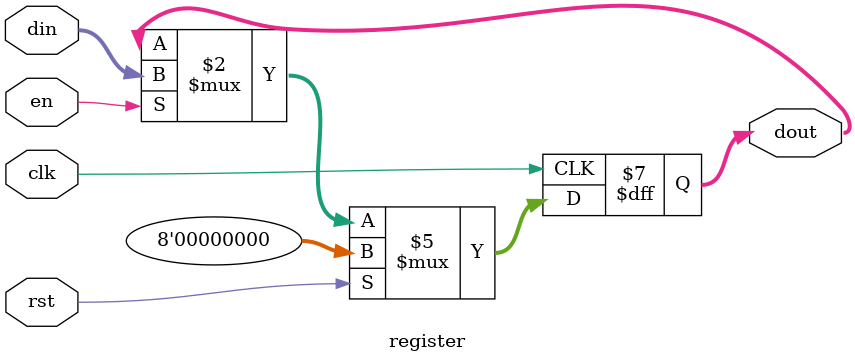
<source format=v>
module adder#(parameter N = 4) 
(input [N-1:0] a, b,
output [N-1:0] out, output co);
    assign {co, out} = a + b;
endmodule

// module to apply mutliplication
module multiplier #(parameter N = 4)
    (input [N-1:0] a, b,
    output [N-1:0] out);
    wire [(2*N)-1:0] res;
    assign res = a * b;
    
    // seperate the first N bits
    assign out = res[N-1:0];
endmodule

// register to be used
module register #(parameter N = 8) 
    (input clk,
    input rst,
    input en,
    input [N-1:0] din,
    output reg [N-1:0] dout);

    always @(posedge clk) begin
        if (rst)
            dout <= {N{1'b0}}; 
        else begin
            if (en)
                dout <= din; 
        end            
    end
endmodule
</source>
